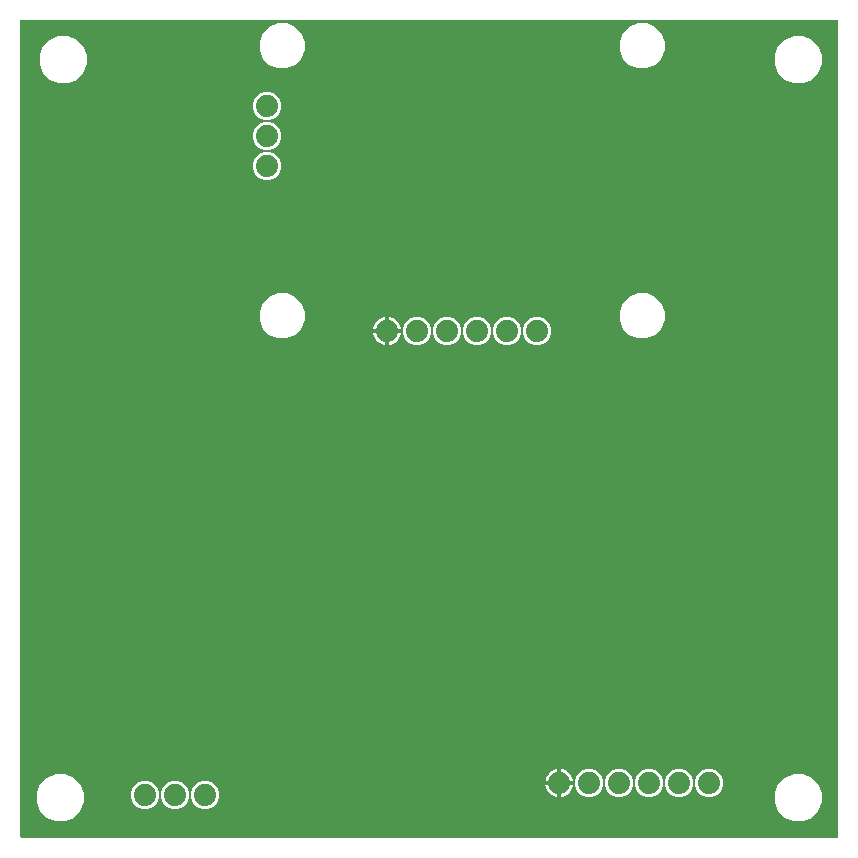
<source format=gbr>
G04 EAGLE Gerber RS-274X export*
G75*
%MOMM*%
%FSLAX34Y34*%
%LPD*%
%INBottom Copper*%
%IPPOS*%
%AMOC8*
5,1,8,0,0,1.08239X$1,22.5*%
G01*
%ADD10C,1.879600*%

G36*
X695448Y3814D02*
X695448Y3814D01*
X695467Y3812D01*
X695569Y3834D01*
X695671Y3850D01*
X695688Y3860D01*
X695708Y3864D01*
X695797Y3917D01*
X695888Y3966D01*
X695902Y3980D01*
X695919Y3990D01*
X695986Y4069D01*
X696058Y4144D01*
X696066Y4162D01*
X696079Y4177D01*
X696118Y4273D01*
X696161Y4367D01*
X696163Y4387D01*
X696171Y4405D01*
X696189Y4572D01*
X696189Y695428D01*
X696186Y695448D01*
X696188Y695467D01*
X696166Y695569D01*
X696150Y695671D01*
X696140Y695688D01*
X696136Y695708D01*
X696083Y695797D01*
X696034Y695888D01*
X696020Y695902D01*
X696010Y695919D01*
X695931Y695986D01*
X695856Y696058D01*
X695838Y696066D01*
X695823Y696079D01*
X695727Y696118D01*
X695633Y696161D01*
X695613Y696163D01*
X695595Y696171D01*
X695428Y696189D01*
X4572Y696189D01*
X4552Y696186D01*
X4533Y696188D01*
X4431Y696166D01*
X4329Y696150D01*
X4312Y696140D01*
X4292Y696136D01*
X4203Y696083D01*
X4112Y696034D01*
X4098Y696020D01*
X4081Y696010D01*
X4014Y695931D01*
X3942Y695856D01*
X3934Y695838D01*
X3921Y695823D01*
X3882Y695727D01*
X3839Y695633D01*
X3837Y695613D01*
X3829Y695595D01*
X3811Y695428D01*
X3811Y4572D01*
X3814Y4552D01*
X3812Y4533D01*
X3834Y4431D01*
X3850Y4329D01*
X3860Y4312D01*
X3864Y4292D01*
X3917Y4203D01*
X3966Y4112D01*
X3980Y4098D01*
X3990Y4081D01*
X4069Y4014D01*
X4144Y3942D01*
X4162Y3934D01*
X4177Y3921D01*
X4273Y3882D01*
X4367Y3839D01*
X4387Y3837D01*
X4405Y3829D01*
X4572Y3811D01*
X695428Y3811D01*
X695448Y3814D01*
G37*
%LPC*%
G36*
X658514Y642459D02*
X658514Y642459D01*
X651148Y645510D01*
X645510Y651148D01*
X642459Y658514D01*
X642459Y666486D01*
X645510Y673852D01*
X651148Y679490D01*
X658514Y682541D01*
X666486Y682541D01*
X673852Y679490D01*
X679490Y673852D01*
X682541Y666486D01*
X682541Y658514D01*
X679490Y651148D01*
X673852Y645510D01*
X666486Y642459D01*
X658514Y642459D01*
G37*
%LPD*%
%LPC*%
G36*
X36014Y642459D02*
X36014Y642459D01*
X28648Y645510D01*
X23010Y651148D01*
X19959Y658514D01*
X19959Y666486D01*
X23010Y673852D01*
X28648Y679490D01*
X36014Y682541D01*
X43986Y682541D01*
X51352Y679490D01*
X56990Y673852D01*
X60041Y666486D01*
X60041Y658514D01*
X56990Y651148D01*
X51352Y645510D01*
X43986Y642459D01*
X36014Y642459D01*
G37*
%LPD*%
%LPC*%
G36*
X658514Y17459D02*
X658514Y17459D01*
X651148Y20510D01*
X645510Y26148D01*
X642459Y33514D01*
X642459Y41486D01*
X645510Y48852D01*
X651148Y54490D01*
X658514Y57541D01*
X666486Y57541D01*
X673852Y54490D01*
X679490Y48852D01*
X682541Y41486D01*
X682541Y33514D01*
X679490Y26148D01*
X673852Y20510D01*
X666486Y17459D01*
X658514Y17459D01*
G37*
%LPD*%
%LPC*%
G36*
X33514Y17459D02*
X33514Y17459D01*
X26148Y20510D01*
X20510Y26148D01*
X17459Y33514D01*
X17459Y41486D01*
X20510Y48852D01*
X26148Y54490D01*
X33514Y57541D01*
X41486Y57541D01*
X48852Y54490D01*
X54490Y48852D01*
X57541Y41486D01*
X57541Y33514D01*
X54490Y26148D01*
X48852Y20510D01*
X41486Y17459D01*
X33514Y17459D01*
G37*
%LPD*%
%LPC*%
G36*
X526411Y654949D02*
X526411Y654949D01*
X519409Y657850D01*
X514050Y663209D01*
X511149Y670211D01*
X511149Y677789D01*
X514050Y684791D01*
X519409Y690150D01*
X526411Y693051D01*
X533989Y693051D01*
X540991Y690150D01*
X546350Y684791D01*
X549251Y677789D01*
X549251Y670211D01*
X546350Y663209D01*
X540991Y657850D01*
X533989Y654949D01*
X526411Y654949D01*
G37*
%LPD*%
%LPC*%
G36*
X221611Y654949D02*
X221611Y654949D01*
X214609Y657850D01*
X209250Y663209D01*
X206349Y670211D01*
X206349Y677789D01*
X209250Y684791D01*
X214609Y690150D01*
X221611Y693051D01*
X229189Y693051D01*
X236191Y690150D01*
X241550Y684791D01*
X244451Y677789D01*
X244451Y670211D01*
X241550Y663209D01*
X236191Y657850D01*
X229189Y654949D01*
X221611Y654949D01*
G37*
%LPD*%
%LPC*%
G36*
X526411Y426349D02*
X526411Y426349D01*
X519409Y429250D01*
X514050Y434609D01*
X511149Y441611D01*
X511149Y449189D01*
X514050Y456191D01*
X519409Y461550D01*
X526411Y464451D01*
X533989Y464451D01*
X540991Y461550D01*
X546350Y456191D01*
X549251Y449189D01*
X549251Y441611D01*
X546350Y434609D01*
X540991Y429250D01*
X533989Y426349D01*
X526411Y426349D01*
G37*
%LPD*%
%LPC*%
G36*
X221611Y426349D02*
X221611Y426349D01*
X214609Y429250D01*
X209250Y434609D01*
X206349Y441611D01*
X206349Y449189D01*
X209250Y456191D01*
X214609Y461550D01*
X221611Y464451D01*
X229189Y464451D01*
X236191Y461550D01*
X241550Y456191D01*
X244451Y449189D01*
X244451Y441611D01*
X241550Y434609D01*
X236191Y429250D01*
X229189Y426349D01*
X221611Y426349D01*
G37*
%LPD*%
%LPC*%
G36*
X210325Y611261D02*
X210325Y611261D01*
X205937Y613079D01*
X202579Y616437D01*
X200761Y620825D01*
X200761Y625575D01*
X202579Y629963D01*
X205937Y633321D01*
X210325Y635139D01*
X215075Y635139D01*
X219463Y633321D01*
X222821Y629963D01*
X224639Y625575D01*
X224639Y620825D01*
X222821Y616437D01*
X219463Y613079D01*
X215075Y611261D01*
X210325Y611261D01*
G37*
%LPD*%
%LPC*%
G36*
X210325Y585861D02*
X210325Y585861D01*
X205937Y587679D01*
X202579Y591037D01*
X200761Y595425D01*
X200761Y600175D01*
X202579Y604563D01*
X205937Y607921D01*
X210325Y609739D01*
X215075Y609739D01*
X219463Y607921D01*
X222821Y604563D01*
X224639Y600175D01*
X224639Y595425D01*
X222821Y591037D01*
X219463Y587679D01*
X215075Y585861D01*
X210325Y585861D01*
G37*
%LPD*%
%LPC*%
G36*
X210325Y560461D02*
X210325Y560461D01*
X205937Y562279D01*
X202579Y565637D01*
X200761Y570025D01*
X200761Y574775D01*
X202579Y579163D01*
X205937Y582521D01*
X210325Y584339D01*
X215075Y584339D01*
X219463Y582521D01*
X222821Y579163D01*
X224639Y574775D01*
X224639Y570025D01*
X222821Y565637D01*
X219463Y562279D01*
X215075Y560461D01*
X210325Y560461D01*
G37*
%LPD*%
%LPC*%
G36*
X362725Y420761D02*
X362725Y420761D01*
X358337Y422579D01*
X354979Y425937D01*
X353161Y430325D01*
X353161Y435075D01*
X354979Y439463D01*
X358337Y442821D01*
X362725Y444639D01*
X367475Y444639D01*
X371863Y442821D01*
X375221Y439463D01*
X377039Y435075D01*
X377039Y430325D01*
X375221Y425937D01*
X371863Y422579D01*
X367475Y420761D01*
X362725Y420761D01*
G37*
%LPD*%
%LPC*%
G36*
X337325Y420761D02*
X337325Y420761D01*
X332937Y422579D01*
X329579Y425937D01*
X327761Y430325D01*
X327761Y435075D01*
X329579Y439463D01*
X332937Y442821D01*
X337325Y444639D01*
X342075Y444639D01*
X346463Y442821D01*
X349821Y439463D01*
X351639Y435075D01*
X351639Y430325D01*
X349821Y425937D01*
X346463Y422579D01*
X342075Y420761D01*
X337325Y420761D01*
G37*
%LPD*%
%LPC*%
G36*
X438925Y420761D02*
X438925Y420761D01*
X434537Y422579D01*
X431179Y425937D01*
X429361Y430325D01*
X429361Y435075D01*
X431179Y439463D01*
X434537Y442821D01*
X438925Y444639D01*
X443675Y444639D01*
X448063Y442821D01*
X451421Y439463D01*
X453239Y435075D01*
X453239Y430325D01*
X451421Y425937D01*
X448063Y422579D01*
X443675Y420761D01*
X438925Y420761D01*
G37*
%LPD*%
%LPC*%
G36*
X413525Y420761D02*
X413525Y420761D01*
X409137Y422579D01*
X405779Y425937D01*
X403961Y430325D01*
X403961Y435075D01*
X405779Y439463D01*
X409137Y442821D01*
X413525Y444639D01*
X418275Y444639D01*
X422663Y442821D01*
X426021Y439463D01*
X427839Y435075D01*
X427839Y430325D01*
X426021Y425937D01*
X422663Y422579D01*
X418275Y420761D01*
X413525Y420761D01*
G37*
%LPD*%
%LPC*%
G36*
X388125Y420761D02*
X388125Y420761D01*
X383737Y422579D01*
X380379Y425937D01*
X378561Y430325D01*
X378561Y435075D01*
X380379Y439463D01*
X383737Y442821D01*
X388125Y444639D01*
X392875Y444639D01*
X397263Y442821D01*
X400621Y439463D01*
X402439Y435075D01*
X402439Y430325D01*
X400621Y425937D01*
X397263Y422579D01*
X392875Y420761D01*
X388125Y420761D01*
G37*
%LPD*%
%LPC*%
G36*
X584625Y38061D02*
X584625Y38061D01*
X580237Y39879D01*
X576879Y43237D01*
X575061Y47625D01*
X575061Y52375D01*
X576879Y56763D01*
X580237Y60121D01*
X584625Y61939D01*
X589375Y61939D01*
X593763Y60121D01*
X597121Y56763D01*
X598939Y52375D01*
X598939Y47625D01*
X597121Y43237D01*
X593763Y39879D01*
X589375Y38061D01*
X584625Y38061D01*
G37*
%LPD*%
%LPC*%
G36*
X559225Y38061D02*
X559225Y38061D01*
X554837Y39879D01*
X551479Y43237D01*
X549661Y47625D01*
X549661Y52375D01*
X551479Y56763D01*
X554837Y60121D01*
X559225Y61939D01*
X563975Y61939D01*
X568363Y60121D01*
X571721Y56763D01*
X573539Y52375D01*
X573539Y47625D01*
X571721Y43237D01*
X568363Y39879D01*
X563975Y38061D01*
X559225Y38061D01*
G37*
%LPD*%
%LPC*%
G36*
X533825Y38061D02*
X533825Y38061D01*
X529437Y39879D01*
X526079Y43237D01*
X524261Y47625D01*
X524261Y52375D01*
X526079Y56763D01*
X529437Y60121D01*
X533825Y61939D01*
X538575Y61939D01*
X542963Y60121D01*
X546321Y56763D01*
X548139Y52375D01*
X548139Y47625D01*
X546321Y43237D01*
X542963Y39879D01*
X538575Y38061D01*
X533825Y38061D01*
G37*
%LPD*%
%LPC*%
G36*
X508425Y38061D02*
X508425Y38061D01*
X504037Y39879D01*
X500679Y43237D01*
X498861Y47625D01*
X498861Y52375D01*
X500679Y56763D01*
X504037Y60121D01*
X508425Y61939D01*
X513175Y61939D01*
X517563Y60121D01*
X520921Y56763D01*
X522739Y52375D01*
X522739Y47625D01*
X520921Y43237D01*
X517563Y39879D01*
X513175Y38061D01*
X508425Y38061D01*
G37*
%LPD*%
%LPC*%
G36*
X483025Y38061D02*
X483025Y38061D01*
X478637Y39879D01*
X475279Y43237D01*
X473461Y47625D01*
X473461Y52375D01*
X475279Y56763D01*
X478637Y60121D01*
X483025Y61939D01*
X487775Y61939D01*
X492163Y60121D01*
X495521Y56763D01*
X497339Y52375D01*
X497339Y47625D01*
X495521Y43237D01*
X492163Y39879D01*
X487775Y38061D01*
X483025Y38061D01*
G37*
%LPD*%
%LPC*%
G36*
X157625Y28061D02*
X157625Y28061D01*
X153237Y29879D01*
X149879Y33237D01*
X148061Y37625D01*
X148061Y42375D01*
X149879Y46763D01*
X153237Y50121D01*
X157625Y51939D01*
X162375Y51939D01*
X166763Y50121D01*
X170121Y46763D01*
X171939Y42375D01*
X171939Y37625D01*
X170121Y33237D01*
X166763Y29879D01*
X162375Y28061D01*
X157625Y28061D01*
G37*
%LPD*%
%LPC*%
G36*
X132225Y28061D02*
X132225Y28061D01*
X127837Y29879D01*
X124479Y33237D01*
X122661Y37625D01*
X122661Y42375D01*
X124479Y46763D01*
X127837Y50121D01*
X132225Y51939D01*
X136975Y51939D01*
X141363Y50121D01*
X144721Y46763D01*
X146539Y42375D01*
X146539Y37625D01*
X144721Y33237D01*
X141363Y29879D01*
X136975Y28061D01*
X132225Y28061D01*
G37*
%LPD*%
%LPC*%
G36*
X106825Y28061D02*
X106825Y28061D01*
X102437Y29879D01*
X99079Y33237D01*
X97261Y37625D01*
X97261Y42375D01*
X99079Y46763D01*
X102437Y50121D01*
X106825Y51939D01*
X111575Y51939D01*
X115963Y50121D01*
X119321Y46763D01*
X121139Y42375D01*
X121139Y37625D01*
X119321Y33237D01*
X115963Y29879D01*
X111575Y28061D01*
X106825Y28061D01*
G37*
%LPD*%
%LPC*%
G36*
X315823Y434223D02*
X315823Y434223D01*
X315823Y444546D01*
X317096Y444345D01*
X318883Y443764D01*
X320557Y442911D01*
X322078Y441806D01*
X323406Y440478D01*
X324511Y438957D01*
X325364Y437283D01*
X325945Y435496D01*
X326146Y434223D01*
X315823Y434223D01*
G37*
%LPD*%
%LPC*%
G36*
X461523Y51523D02*
X461523Y51523D01*
X461523Y61846D01*
X462796Y61645D01*
X464583Y61064D01*
X466257Y60211D01*
X467778Y59106D01*
X469106Y57778D01*
X470211Y56257D01*
X471064Y54583D01*
X471645Y52796D01*
X471846Y51523D01*
X461523Y51523D01*
G37*
%LPD*%
%LPC*%
G36*
X302454Y434223D02*
X302454Y434223D01*
X302655Y435496D01*
X303236Y437283D01*
X304089Y438957D01*
X305194Y440478D01*
X306522Y441806D01*
X308043Y442911D01*
X309717Y443764D01*
X311504Y444345D01*
X312777Y444546D01*
X312777Y434223D01*
X302454Y434223D01*
G37*
%LPD*%
%LPC*%
G36*
X315823Y431177D02*
X315823Y431177D01*
X326146Y431177D01*
X325945Y429904D01*
X325364Y428117D01*
X324511Y426443D01*
X323406Y424922D01*
X322078Y423594D01*
X320557Y422489D01*
X318883Y421636D01*
X317096Y421055D01*
X315823Y420854D01*
X315823Y431177D01*
G37*
%LPD*%
%LPC*%
G36*
X448154Y51523D02*
X448154Y51523D01*
X448355Y52796D01*
X448936Y54583D01*
X449789Y56257D01*
X450894Y57778D01*
X452222Y59106D01*
X453743Y60211D01*
X455417Y61064D01*
X457204Y61645D01*
X458477Y61846D01*
X458477Y51523D01*
X448154Y51523D01*
G37*
%LPD*%
%LPC*%
G36*
X461523Y48477D02*
X461523Y48477D01*
X471846Y48477D01*
X471645Y47204D01*
X471064Y45417D01*
X470211Y43743D01*
X469106Y42222D01*
X467778Y40894D01*
X466257Y39789D01*
X464583Y38936D01*
X462796Y38355D01*
X461523Y38154D01*
X461523Y48477D01*
G37*
%LPD*%
%LPC*%
G36*
X311504Y421055D02*
X311504Y421055D01*
X309717Y421636D01*
X308043Y422489D01*
X306522Y423594D01*
X305194Y424922D01*
X304089Y426443D01*
X303236Y428117D01*
X302655Y429904D01*
X302454Y431177D01*
X312777Y431177D01*
X312777Y420854D01*
X311504Y421055D01*
G37*
%LPD*%
%LPC*%
G36*
X457204Y38355D02*
X457204Y38355D01*
X455417Y38936D01*
X453743Y39789D01*
X452222Y40894D01*
X450894Y42222D01*
X449789Y43743D01*
X448936Y45417D01*
X448355Y47204D01*
X448154Y48477D01*
X458477Y48477D01*
X458477Y38154D01*
X457204Y38355D01*
G37*
%LPD*%
%LPC*%
G36*
X459999Y49999D02*
X459999Y49999D01*
X459999Y50001D01*
X460001Y50001D01*
X460001Y49999D01*
X459999Y49999D01*
G37*
%LPD*%
%LPC*%
G36*
X314299Y432699D02*
X314299Y432699D01*
X314299Y432701D01*
X314301Y432701D01*
X314301Y432699D01*
X314299Y432699D01*
G37*
%LPD*%
D10*
X460000Y50000D03*
X485400Y50000D03*
X510800Y50000D03*
X536200Y50000D03*
X561600Y50000D03*
X587000Y50000D03*
X160000Y40000D03*
X134600Y40000D03*
X109200Y40000D03*
X314300Y432700D03*
X339700Y432700D03*
X365100Y432700D03*
X390500Y432700D03*
X415900Y432700D03*
X441300Y432700D03*
X212700Y572400D03*
X212700Y597800D03*
X212700Y623200D03*
M02*

</source>
